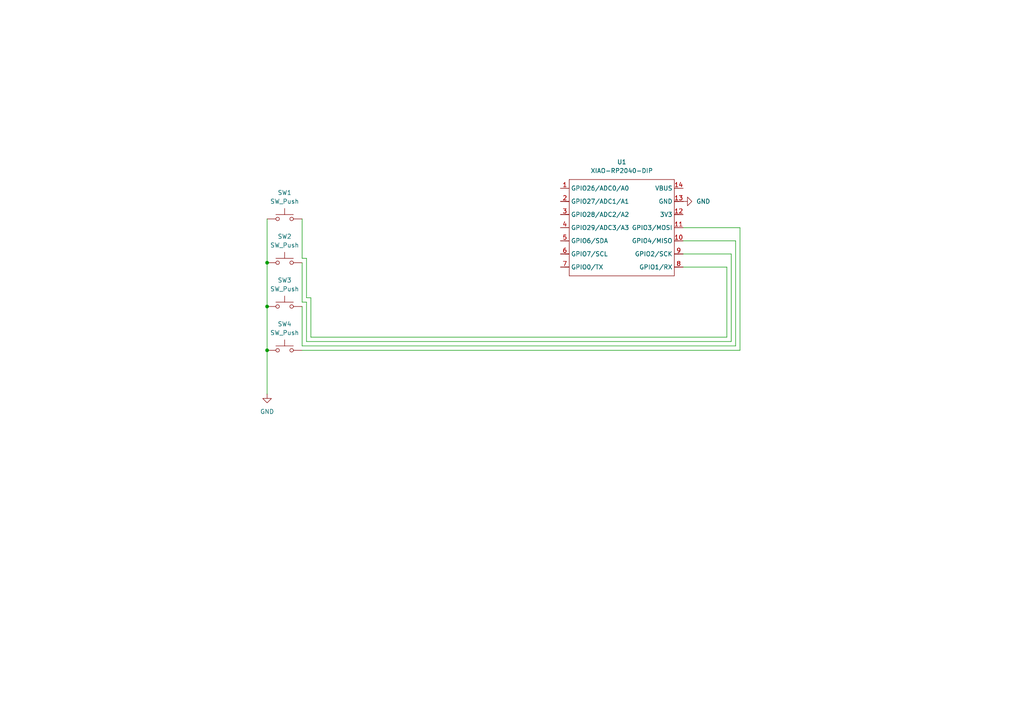
<source format=kicad_sch>
(kicad_sch (version 20250114) (generator "eeschema") (generator_version "9.0")
  (paper "A4")
  (lib_symbols
    (symbol "OPL Library:XIAO-RP2040-DIP"
      (property "Reference" "U" (at 0 0 0))
      (property "Value" "XIAO-RP2040-DIP" (at 5.334 -1.778 0))
      (symbol "XIAO-RP2040-DIP_1_0"
        (polyline (pts (xy -1.27 -2.54) (xy 29.21 -2.54)) (stroke (width 0.1524)))
        (polyline (pts (xy -1.27 -5.08) (xy -2.54 -5.08)) (stroke (width 0.1524)))
        (polyline (pts (xy -1.27 -5.08) (xy -1.27 -2.54)) (stroke (width 0.1524)))
        (polyline (pts (xy -1.27 -8.89) (xy -2.54 -8.89)) (stroke (width 0.1524)))
        (polyline (pts (xy -1.27 -8.89) (xy -1.27 -5.08)) (stroke (width 0.1524)))
        (polyline (pts (xy -1.27 -12.7) (xy -2.54 -12.7)) (stroke (width 0.1524)))
        (polyline (pts (xy -1.27 -12.7) (xy -1.27 -8.89)) (stroke (width 0.1524)))
        (polyline (pts (xy -1.27 -16.51) (xy -2.54 -16.51)) (stroke (width 0.1524)))
        (polyline (pts (xy -1.27 -16.51) (xy -1.27 -12.7)) (stroke (width 0.1524)))
        (polyline (pts (xy -1.27 -20.32) (xy -2.54 -20.32)) (stroke (width 0.1524)))
        (polyline (pts (xy -1.27 -24.13) (xy -2.54 -24.13)) (stroke (width 0.1524)))
        (polyline (pts (xy -1.27 -27.94) (xy -2.54 -27.94)) (stroke (width 0.1524)))
        (polyline (pts (xy -1.27 -30.48) (xy -1.27 -16.51)) (stroke (width 0.1524)))
        (polyline (pts (xy 29.21 -2.54) (xy 29.21 -5.08)) (stroke (width 0.1524)))
        (polyline (pts (xy 29.21 -5.08) (xy 29.21 -8.89)) (stroke (width 0.1524)))
        (polyline (pts (xy 29.21 -8.89) (xy 29.21 -12.7)) (stroke (width 0.1524)))
        (polyline (pts (xy 29.21 -12.7) (xy 29.21 -30.48)) (stroke (width 0.1524)))
        (polyline (pts (xy 29.21 -30.48) (xy -1.27 -30.48)) (stroke (width 0.1524)))
        (polyline (pts (xy 30.48 -5.08) (xy 29.21 -5.08)) (stroke (width 0.1524)))
        (polyline (pts (xy 30.48 -8.89) (xy 29.21 -8.89)) (stroke (width 0.1524)))
        (polyline (pts (xy 30.48 -12.7) (xy 29.21 -12.7)) (stroke (width 0.1524)))
        (polyline (pts (xy 30.48 -16.51) (xy 29.21 -16.51)) (stroke (width 0.1524)))
        (polyline (pts (xy 30.48 -20.32) (xy 29.21 -20.32)) (stroke (width 0.1524)))
        (polyline (pts (xy 30.48 -24.13) (xy 29.21 -24.13)) (stroke (width 0.1524)))
        (polyline (pts (xy 30.48 -27.94) (xy 29.21 -27.94)) (stroke (width 0.1524)))
        (pin passive line (at -3.81 -5.08 0) (length 2.54) (name "GPIO26/ADC0/A0") (number "1"))
        (pin passive line (at -3.81 -8.89 0) (length 2.54) (name "GPIO27/ADC1/A1") (number "2"))
        (pin passive line (at -3.81 -12.7 0) (length 2.54) (name "GPIO28/ADC2/A2") (number "3"))
        (pin passive line (at -3.81 -16.51 0) (length 2.54) (name "GPIO29/ADC3/A3") (number "4"))
        (pin passive line (at -3.81 -20.32 0) (length 2.54) (name "GPIO6/SDA") (number "5"))
        (pin passive line (at -3.81 -24.13 0) (length 2.54) (name "GPIO7/SCL") (number "6"))
        (pin passive line (at -3.81 -27.94 0) (length 2.54) (name "GPIO0/TX") (number "7"))
        (pin passive line (at 31.75 -5.08 180) (length 2.54) (name "VBUS") (number "14"))
        (pin passive line (at 31.75 -8.89 180) (length 2.54) (name "GND") (number "13"))
        (pin passive line (at 31.75 -12.7 180) (length 2.54) (name "3V3") (number "12"))
        (pin passive line (at 31.75 -16.51 180) (length 2.54) (name "GPIO3/MOSI") (number "11"))
        (pin passive line (at 31.75 -20.32 180) (length 2.54) (name "GPIO4/MISO") (number "10"))
        (pin passive line (at 31.75 -24.13 180) (length 2.54) (name "GPIO2/SCK") (number "9"))
        (pin passive line (at 31.75 -27.94 180) (length 2.54) (name "GPIO1/RX") (number "8"))
      )
    )
    (symbol "Switch:SW_Push" (pin_numbers (hide yes)) (pin_names (offset 1.016) (hide yes))
      (property "Reference" "SW" (at 1.27 2.54 0))
      (property "Value" "SW_Push" (at 0 -1.524 0))
      (symbol "SW_Push_0_1"
        (circle (center -2.032 0) (radius 0.508))
        (polyline (pts (xy 0 1.27) (xy 0 3.048)))
        (circle (center 2.032 0) (radius 0.508))
        (polyline (pts (xy 2.54 1.27) (xy -2.54 1.27)))
        (pin passive line (at -5.08 0 0) (length 2.54) (name "1") (number "1"))
        (pin passive line (at 5.08 0 180) (length 2.54) (name "2") (number "2"))
      )
    )
    (symbol "power:GND" (power) (pin_numbers (hide yes)) (pin_names (offset 0) (hide yes))
      (property "Value" "GND" (at 0 -3.81 0))
      (symbol "GND_0_1"
        (polyline (pts (xy 0 0) (xy 0 -1.27) (xy 1.27 -1.27) (xy 0 -2.54) (xy -1.27 -1.27) (xy 0 -1.27)))
      )
      (symbol "GND_1_1"
        (pin power_in line (at 0 0 270) (length 0) (name "~") (number "1"))
      )
    )
  )
  (junction (at 77.47 101.6))
  (junction (at 77.47 88.9))
  (junction (at 77.47 76.2))
  (wire (pts (xy 210.82 77.47) (xy 198.12 77.47)))
  (wire (pts (xy 77.47 101.6) (xy 77.47 114.3)))
  (wire (pts (xy 198.12 69.85) (xy 213.36 69.85)))
  (wire (pts (xy 87.63 74.93) (xy 88.9 74.93)))
  (wire (pts (xy 87.63 87.63) (xy 88.9 87.63)))
  (wire (pts (xy 212.09 73.66) (xy 198.12 73.66)))
  (wire (pts (xy 87.63 88.9) (xy 87.63 100.33)))
  (wire (pts (xy 77.47 88.9) (xy 77.47 101.6)))
  (wire (pts (xy 87.63 101.6) (xy 214.63 101.6)))
  (wire (pts (xy 90.17 97.79) (xy 210.82 97.79)))
  (wire (pts (xy 210.82 97.79) (xy 210.82 77.47)))
  (wire (pts (xy 88.9 74.93) (xy 88.9 86.36)))
  (wire (pts (xy 87.63 100.33) (xy 213.36 100.33)))
  (wire (pts (xy 77.47 63.5) (xy 77.47 76.2)))
  (wire (pts (xy 88.9 86.36) (xy 90.17 86.36)))
  (wire (pts (xy 214.63 101.6) (xy 214.63 66.04)))
  (wire (pts (xy 212.09 99.06) (xy 212.09 73.66)))
  (wire (pts (xy 88.9 87.63) (xy 88.9 99.06)))
  (wire (pts (xy 88.9 99.06) (xy 212.09 99.06)))
  (wire (pts (xy 214.63 66.04) (xy 198.12 66.04)))
  (wire (pts (xy 87.63 63.5) (xy 87.63 74.93)))
  (wire (pts (xy 87.63 76.2) (xy 87.63 87.63)))
  (wire (pts (xy 77.47 76.2) (xy 77.47 88.9)))
  (wire (pts (xy 213.36 100.33) (xy 213.36 69.85)))
  (wire (pts (xy 90.17 86.36) (xy 90.17 97.79)))
  (symbol (lib_id "Switch:SW_Push") (at 82.55 101.6 0) (unit 1)
    (property "Reference" "SW4" (at 82.55 93.98 0))
    (property "Value" "SW_Push" (at 82.55 96.52 0))
    (property "Footprint" "Button_Switch_Keyboard:SW_Cherry_MX_1.00u_PCB" (effects (hide yes)))
    (property "Description" "Push button switch, generic, two pins" (effects (hide yes)))
  )
  (symbol (lib_id "power:GND") (at 77.47 114.3 0) (unit 1)
    (property "Reference" "#PWR01" (effects (hide yes)))
    (property "Value" "GND" (at 77.47 119.38 0))
    (property "Description" "Power symbol creates a global label with name \"GND\" , ground" (effects (hide yes)))
  )
  (symbol (lib_id "Switch:SW_Push") (at 82.55 88.9 0) (unit 1)
    (property "Reference" "SW3" (at 82.55 81.28 0))
    (property "Value" "SW_Push" (at 82.55 83.82 0))
    (property "Footprint" "Button_Switch_Keyboard:SW_Cherry_MX_1.00u_PCB" (effects (hide yes)))
    (property "Description" "Push button switch, generic, two pins" (effects (hide yes)))
  )
  (symbol (lib_id "Switch:SW_Push") (at 82.55 63.5 0) (unit 1)
    (property "Reference" "SW1" (at 82.55 55.88 0))
    (property "Value" "SW_Push" (at 82.55 58.42 0))
    (property "Footprint" "Button_Switch_Keyboard:SW_Cherry_MX_1.00u_PCB" (effects (hide yes)))
    (property "Description" "Push button switch, generic, two pins" (effects (hide yes)))
  )
  (symbol (lib_id "Switch:SW_Push") (at 82.55 76.2 0) (unit 1)
    (property "Reference" "SW2" (at 82.55 68.58 0))
    (property "Value" "SW_Push" (at 82.55 71.12 0))
    (property "Footprint" "Button_Switch_Keyboard:SW_Cherry_MX_1.00u_PCB" (effects (hide yes)))
    (property "Description" "Push button switch, generic, two pins" (effects (hide yes)))
  )
  (symbol (lib_id "power:GND") (at 198.12 58.42 90) (unit 1)
    (property "Reference" "#PWR02" (effects (hide yes)))
    (property "Value" "GND" (at 201.93 58.4199 90) (effects (justify right)))
    (property "Description" "Power symbol creates a global label with name \"GND\" , ground" (effects (hide yes)))
  )
  (symbol (lib_id "OPL Library:XIAO-RP2040-DIP") (at 166.37 49.53 0) (unit 1)
    (property "Reference" "U1" (at 180.34 46.99 0))
    (property "Value" "XIAO-RP2040-DIP" (at 180.34 49.53 0))
    (property "Footprint" "OPL:XIAO-RP2040-DIP" (effects (hide yes)))
  )
)
</source>
